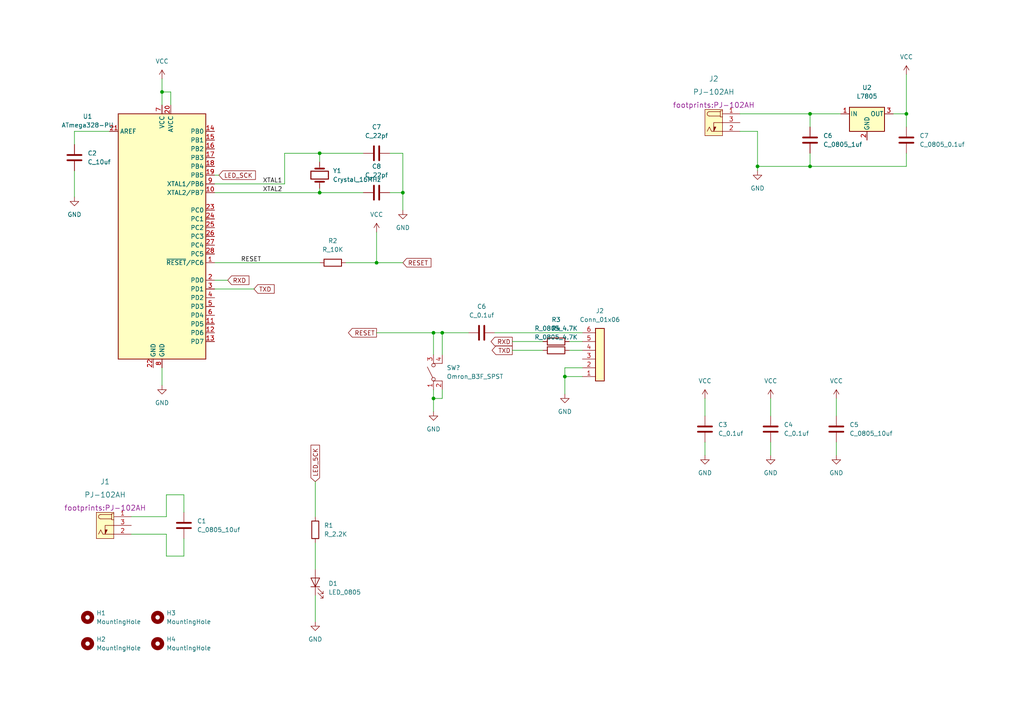
<source format=kicad_sch>
(kicad_sch (version 20211123) (generator eeschema)
  (paper "A4")
  (lib_symbols
    (symbol "HPS:ATmega328-PU"
      (property "Reference" "U" (at -11.43 39.37 0))
      (property "Value" "ATmega328-PU" (at -17.78 38.1 0))
      (symbol "ATmega328-PU_0_1"
        (rectangle (start -12.7 -35.56) (end 12.7 35.56) (stroke (width 0.254)) (fill (type background)))
      )
      (symbol "ATmega328-PU_1_1"
        (pin tri_state line (at 15.24 -7.62 180) (length 2.54) (name "~{RESET}/PC6") (number "1"))
        (pin tri_state line (at 15.24 12.7 180) (length 2.54) (name "XTAL2/PB7") (number "10"))
        (pin tri_state line (at 15.24 -25.4 180) (length 2.54) (name "PD5") (number "11"))
        (pin tri_state line (at 15.24 -27.94 180) (length 2.54) (name "PD6") (number "12"))
        (pin tri_state line (at 15.24 -30.48 180) (length 2.54) (name "PD7") (number "13"))
        (pin tri_state line (at 15.24 30.48 180) (length 2.54) (name "PB0") (number "14"))
        (pin tri_state line (at 15.24 27.94 180) (length 2.54) (name "PB1") (number "15"))
        (pin tri_state line (at 15.24 25.4 180) (length 2.54) (name "PB2") (number "16"))
        (pin tri_state line (at 15.24 22.86 180) (length 2.54) (name "PB3") (number "17"))
        (pin tri_state line (at 15.24 20.32 180) (length 2.54) (name "PB4") (number "18"))
        (pin tri_state line (at 15.24 17.78 180) (length 2.54) (name "PB5") (number "19"))
        (pin tri_state line (at 15.24 -12.7 180) (length 2.54) (name "PD0") (number "2"))
        (pin power_in line (at 2.54 38.1 270) (length 2.54) (name "AVCC") (number "20"))
        (pin passive line (at -15.24 30.48 0) (length 2.54) (name "AREF") (number "21"))
        (pin power_in line (at -2.54 -38.1 90) (length 2.54) (name "GND") (number "22"))
        (pin tri_state line (at 15.24 7.62 180) (length 2.54) (name "PC0") (number "23"))
        (pin tri_state line (at 15.24 5.08 180) (length 2.54) (name "PC1") (number "24"))
        (pin tri_state line (at 15.24 2.54 180) (length 2.54) (name "PC2") (number "25"))
        (pin tri_state line (at 15.24 0 180) (length 2.54) (name "PC3") (number "26"))
        (pin tri_state line (at 15.24 -2.54 180) (length 2.54) (name "PC4") (number "27"))
        (pin tri_state line (at 15.24 -5.08 180) (length 2.54) (name "PC5") (number "28"))
        (pin tri_state line (at 15.24 -15.24 180) (length 2.54) (name "PD1") (number "3"))
        (pin tri_state line (at 15.24 -17.78 180) (length 2.54) (name "PD2") (number "4"))
        (pin tri_state line (at 15.24 -20.32 180) (length 2.54) (name "PD3") (number "5"))
        (pin tri_state line (at 15.24 -22.86 180) (length 2.54) (name "PD4") (number "6"))
        (pin power_in line (at 0 38.1 270) (length 2.54) (name "VCC") (number "7"))
        (pin power_in line (at 0 -38.1 90) (length 2.54) (name "GND") (number "8"))
        (pin tri_state line (at 15.24 15.24 180) (length 2.54) (name "XTAL1/PB6") (number "9"))
      )
    )
    (symbol "HPS:C_0805_0.1uf" (pin_numbers hide) (pin_names (offset 0.254))
      (property "Reference" "C" (at 0.635 2.54 0))
      (property "Value" "C_0805_0.1uf" (at 0.635 -2.54 0))
      (symbol "C_0805_0.1uf_0_1"
        (polyline (pts (xy -2.032 -0.762) (xy 2.032 -0.762)) (stroke (width 0.508)))
        (polyline (pts (xy -2.032 0.762) (xy 2.032 0.762)) (stroke (width 0.508)))
      )
      (symbol "C_0805_0.1uf_1_1"
        (pin passive line (at 0 3.81 270) (length 2.794) (name "~") (number "1"))
        (pin passive line (at 0 -3.81 90) (length 2.794) (name "~") (number "2"))
      )
    )
    (symbol "HPS:C_0805_10uf" (pin_numbers hide) (pin_names (offset 0.254))
      (property "Reference" "C" (at 0.635 2.54 0))
      (property "Value" "C_0805_10uf" (at 0.635 -2.54 0))
      (symbol "C_0805_10uf_0_1"
        (polyline (pts (xy -2.032 -0.762) (xy 2.032 -0.762)) (stroke (width 0.508)))
        (polyline (pts (xy -2.032 0.762) (xy 2.032 0.762)) (stroke (width 0.508)))
      )
      (symbol "C_0805_10uf_1_1"
        (pin passive line (at 0 3.81 270) (length 2.794) (name "~") (number "1"))
        (pin passive line (at 0 -3.81 90) (length 2.794) (name "~") (number "2"))
      )
    )
    (symbol "HPS:C_0805_1uf" (pin_numbers hide) (pin_names (offset 0.254))
      (property "Reference" "C" (at 0.635 2.54 0))
      (property "Value" "C_0805_1uf" (at 0.635 -2.54 0))
      (symbol "C_0805_1uf_0_1"
        (polyline (pts (xy -2.032 -0.762) (xy 2.032 -0.762)) (stroke (width 0.508)))
        (polyline (pts (xy -2.032 0.762) (xy 2.032 0.762)) (stroke (width 0.508)))
      )
      (symbol "C_0805_1uf_1_1"
        (pin passive line (at 0 3.81 270) (length 2.794) (name "~") (number "1"))
        (pin passive line (at 0 -3.81 90) (length 2.794) (name "~") (number "2"))
      )
    )
    (symbol "HPS:C_0805_22pf" (pin_numbers hide) (pin_names (offset 0.254))
      (property "Reference" "C" (at 0.635 2.54 0))
      (property "Value" "C_0805_22pf" (at 0.635 -2.54 0))
      (symbol "C_0805_22pf_0_1"
        (polyline (pts (xy -2.032 -0.762) (xy 2.032 -0.762)) (stroke (width 0.508)))
        (polyline (pts (xy -2.032 0.762) (xy 2.032 0.762)) (stroke (width 0.508)))
      )
      (symbol "C_0805_22pf_1_1"
        (pin passive line (at 0 3.81 270) (length 2.794) (name "~") (number "1"))
        (pin passive line (at 0 -3.81 90) (length 2.794) (name "~") (number "2"))
      )
    )
    (symbol "HPS:Conn_01x06" (pin_names (offset 1.016) hide)
      (property "Reference" "J" (at 0 7.62 0))
      (property "Value" "Conn_01x06" (at 0 -10.16 0))
      (symbol "Conn_01x06_1_1"
        (rectangle (start -1.27 6.35) (end 1.27 -8.89) (stroke (width 0.254)) (fill (type background)))
        (pin passive line (at -5.08 5.08 0) (length 3.81) (name "Pin_1") (number "1"))
        (pin passive line (at -5.08 2.54 0) (length 3.81) (name "Pin_2") (number "2"))
        (pin passive line (at -5.08 0 0) (length 3.81) (name "Pin_3") (number "3"))
        (pin passive line (at -5.08 -2.54 0) (length 3.81) (name "Pin_4") (number "4"))
        (pin passive line (at -5.08 -5.08 0) (length 3.81) (name "Pin_5") (number "5"))
        (pin passive line (at -5.08 -7.62 0) (length 3.81) (name "Pin_6") (number "6"))
      )
    )
    (symbol "HPS:Crystal_16MHz" (pin_numbers hide) (pin_names (offset 1.016) hide)
      (property "Reference" "Y" (at 0 3.81 0))
      (property "Value" "Crystal_16MHz" (at 0 -3.81 0))
      (symbol "Crystal_16MHz_0_1"
        (rectangle (start -1.143 2.54) (end 1.143 -2.54) (stroke (width 0.3048)))
        (polyline (pts (xy -2.54 0) (xy -1.905 0)))
        (polyline (pts (xy -1.905 -1.27) (xy -1.905 1.27)) (stroke (width 0.508)))
        (polyline (pts (xy 1.905 -1.27) (xy 1.905 1.27)) (stroke (width 0.508)))
        (polyline (pts (xy 2.54 0) (xy 1.905 0)))
      )
      (symbol "Crystal_16MHz_1_1"
        (pin passive line (at -3.81 0 0) (length 1.27) (name "1") (number "1"))
        (pin passive line (at 3.81 0 180) (length 1.27) (name "2") (number "2"))
      )
    )
    (symbol "HPS:GND" (power) (pin_names (offset 0))
      (property "Value" "GND" (at 0 -3.81 0))
      (symbol "GND_0_1"
        (polyline (pts (xy 0 0) (xy 0 -1.27) (xy 1.27 -1.27) (xy 0 -2.54) (xy -1.27 -1.27) (xy 0 -1.27)))
      )
      (symbol "GND_1_1"
        (pin power_in line (at 0 0 270) (length 0) hide (name "GND") (number "1"))
      )
    )
    (symbol "HPS:L7805" (pin_names (offset 0.254))
      (property "Reference" "U" (at -3.81 3.175 0))
      (property "Value" "L7805" (at 0 3.175 0))
      (symbol "L7805_0_1"
        (rectangle (start -5.08 1.905) (end 5.08 -5.08) (stroke (width 0.254)) (fill (type background)))
      )
      (symbol "L7805_1_1"
        (pin power_in line (at -7.62 0 0) (length 2.54) (name "IN") (number "1"))
        (pin power_in line (at 0 -7.62 90) (length 2.54) (name "GND") (number "2"))
        (pin power_out line (at 7.62 0 180) (length 2.54) (name "OUT") (number "3"))
      )
    )
    (symbol "HPS:LED_0805" (pin_numbers hide) (pin_names (offset 1.016) hide)
      (property "Reference" "D" (at 0 2.54 0))
      (property "Value" "LED_0805" (at 0 -2.54 0))
      (symbol "LED_0805_0_1"
        (polyline (pts (xy -1.27 -1.27) (xy -1.27 1.27)) (stroke (width 0.2032)))
        (polyline (pts (xy -1.27 0) (xy 1.27 0)))
        (polyline (pts (xy 1.27 -1.27) (xy 1.27 1.27) (xy -1.27 0) (xy 1.27 -1.27)) (stroke (width 0.2032)))
        (polyline (pts (xy -3.048 -0.762) (xy -4.572 -2.286) (xy -3.81 -2.286) (xy -4.572 -2.286) (xy -4.572 -1.524)))
        (polyline (pts (xy -1.778 -0.762) (xy -3.302 -2.286) (xy -2.54 -2.286) (xy -3.302 -2.286) (xy -3.302 -1.524)))
      )
      (symbol "LED_0805_1_1"
        (pin passive line (at -3.81 0 0) (length 2.54) (name "K") (number "1"))
        (pin passive line (at 3.81 0 180) (length 2.54) (name "A") (number "2"))
      )
    )
    (symbol "HPS:MountingHole" (pin_names (offset 1.016))
      (property "Reference" "H" (at 0 5.08 0))
      (property "Value" "MountingHole" (at 0 3.175 0))
      (symbol "MountingHole_0_1"
        (circle (center 0 0) (radius 1.27) (stroke (width 1.27)))
      )
    )
    (symbol "HPS:Omron_B3F_SPST" (pin_names (offset 0) hide)
      (property "Reference" "SW" (at 0 5.08 0))
      (property "Value" "Omron_B3F_SPST" (at 0 2.54 0))
      (symbol "Omron_B3F_SPST_0_0"
        (circle (center -2.032 0) (radius 0.508))
        (polyline (pts (xy -1.524 0.254) (xy 1.524 1.778)))
        (circle (center 2.032 0) (radius 0.508))
      )
      (symbol "Omron_B3F_SPST_0_1"
        (polyline (pts (xy -2.54 0) (xy -2.54 -2.54)))
        (polyline (pts (xy 2.54 -2.54) (xy 2.54 0)))
      )
      (symbol "Omron_B3F_SPST_1_1"
        (pin passive line (at -5.08 0 0) (length 2.54) (name "A") (number "1"))
        (pin passive line (at -5.08 -2.54 0) (length 2.54) (name "A") (number "2"))
        (pin passive line (at 5.08 0 180) (length 2.54) (name "B") (number "3"))
        (pin passive line (at 5.08 -2.54 180) (length 2.54) (name "B") (number "4"))
      )
    )
    (symbol "HPS:PJ-102AH" (pin_names (offset 1.016) hide)
      (property "Reference" "J" (at -2.54 5.08 0))
      (property "Value" "PJ-102AH" (at 0 -5.334 0))
      (property "Footprint" "footprints:PJ-102AH" (at 0 -7.874 0))
      (symbol "PJ-102AH_0_1"
        (arc (start -3.81 3.175) (mid -4.445 2.54) (end -3.81 1.905))
        (polyline (pts (xy -0.635 1.905) (xy -3.81 1.905)))
        (polyline (pts (xy -0.635 1.905) (xy -0.635 3.175)))
        (polyline (pts (xy -0.635 3.175) (xy -3.81 3.175)))
        (polyline (pts (xy -2.54 -1.27) (xy -2.54 0) (xy 0 0)))
        (polyline (pts (xy -0.635 1.905) (xy -0.635 1.651) (xy 0 1.651)))
        (polyline (pts (xy -0.635 3.175) (xy -0.635 3.429) (xy 0 3.429)))
        (polyline (pts (xy -2.54 -2.54) (xy -1.905 -1.27) (xy -2.54 -1.27) (xy -2.54 -2.54)) (fill (type outline)))
        (polyline (pts (xy 0 -2.54) (xy -3.175 -2.54) (xy -3.81 -1.27) (xy -4.445 -2.54)))
        (rectangle (start 0 3.81) (end -5.08 -3.81) (fill (type background)))
      )
      (symbol "PJ-102AH_1_1"
        (pin passive line (at 5.08 2.54 180) (length 5.08) (name "POLE") (number "1"))
        (pin passive line (at 5.08 -2.54 180) (length 5.08) (name "OUT") (number "2"))
        (pin passive line (at 5.08 0 180) (length 5.08) (name "OUT") (number "3"))
      )
    )
    (symbol "HPS:R_0805_10K" (pin_numbers hide) (pin_names (offset 0))
      (property "Reference" "R" (at 2.032 0 90))
      (property "Value" "R_0805_10K" (at -2.54 0 90))
      (symbol "R_0805_10K_0_1"
        (rectangle (start -1.016 -2.54) (end 1.016 2.54) (stroke (width 0.254)))
      )
      (symbol "R_0805_10K_1_1"
        (pin passive line (at 0 3.81 270) (length 1.27) (name "~") (number "1"))
        (pin passive line (at 0 -3.81 90) (length 1.27) (name "~") (number "2"))
      )
    )
    (symbol "HPS:R_0805_2.2K" (pin_numbers hide) (pin_names (offset 0))
      (property "Reference" "R" (at 2.032 0 90))
      (property "Value" "R_0805_2.2K" (at -2.54 0 90))
      (symbol "R_0805_2.2K_0_1"
        (rectangle (start -1.016 -2.54) (end 1.016 2.54) (stroke (width 0.254)))
      )
      (symbol "R_0805_2.2K_1_1"
        (pin passive line (at 0 3.81 270) (length 1.27) (name "~") (number "1"))
        (pin passive line (at 0 -3.81 90) (length 1.27) (name "~") (number "2"))
      )
    )
    (symbol "HPS:R_0805_4.7K" (pin_numbers hide) (pin_names (offset 0))
      (property "Reference" "R" (at 2.032 0 90))
      (property "Value" "R_0805_4.7K" (at -2.54 0 90))
      (symbol "R_0805_4.7K_0_1"
        (rectangle (start -1.016 -2.54) (end 1.016 2.54) (stroke (width 0.254)))
      )
      (symbol "R_0805_4.7K_1_1"
        (pin passive line (at 0 3.81 270) (length 1.27) (name "~") (number "1"))
        (pin passive line (at 0 -3.81 90) (length 1.27) (name "~") (number "2"))
      )
    )
    (symbol "HPS:VCC" (power) (pin_names (offset 0))
      (property "Value" "VCC" (at 0 3.81 0))
      (symbol "VCC_0_1"
        (polyline (pts (xy -0.762 1.27) (xy 0 2.54)))
        (polyline (pts (xy 0 0) (xy 0 2.54)))
        (polyline (pts (xy 0 2.54) (xy 0.762 1.27)))
      )
      (symbol "VCC_1_1"
        (pin power_in line (at 0 0 90) (length 0) hide (name "VCC") (number "1"))
      )
    )
  )
  (junction (at 109.22 76.2))
  (junction (at 262.89 33.02))
  (junction (at 128.27 96.52))
  (junction (at 163.83 109.22))
  (junction (at 46.99 26.67))
  (junction (at 116.84 55.88))
  (junction (at 234.95 48.26))
  (junction (at 125.73 96.52))
  (junction (at 92.71 44.45))
  (junction (at 125.73 115.57))
  (junction (at 219.71 48.26))
  (junction (at 234.95 33.02))
  (junction (at 92.71 55.88))
  (wire (pts (xy 82.55 44.45) (xy 92.71 44.45)))
  (wire (pts (xy 219.71 38.1) (xy 219.71 48.26)))
  (wire (pts (xy 92.71 55.88) (xy 105.41 55.88)))
  (wire (pts (xy 128.27 96.52) (xy 135.89 96.52)))
  (wire (pts (xy 62.23 55.88) (xy 92.71 55.88)))
  (wire (pts (xy 214.63 38.1) (xy 219.71 38.1)))
  (wire (pts (xy 53.34 156.21) (xy 53.34 161.29)))
  (wire (pts (xy 262.89 44.45) (xy 262.89 48.26)))
  (wire (pts (xy 262.89 33.02) (xy 262.89 36.83)))
  (wire (pts (xy 165.1 99.06) (xy 168.91 99.06)))
  (wire (pts (xy 204.47 115.57) (xy 204.47 120.65)))
  (wire (pts (xy 262.89 48.26) (xy 234.95 48.26)))
  (wire (pts (xy 38.1 149.86) (xy 48.26 149.86)))
  (wire (pts (xy 125.73 115.57) (xy 125.73 119.38)))
  (wire (pts (xy 116.84 55.88) (xy 116.84 60.96)))
  (wire (pts (xy 92.71 54.61) (xy 92.71 55.88)))
  (wire (pts (xy 128.27 96.52) (xy 128.27 102.87)))
  (wire (pts (xy 204.47 128.27) (xy 204.47 132.08)))
  (wire (pts (xy 125.73 96.52) (xy 128.27 96.52)))
  (wire (pts (xy 62.23 83.82) (xy 73.66 83.82)))
  (wire (pts (xy 53.34 143.51) (xy 53.34 148.59)))
  (wire (pts (xy 163.83 109.22) (xy 163.83 114.3)))
  (wire (pts (xy 223.52 128.27) (xy 223.52 132.08)))
  (wire (pts (xy 100.33 76.2) (xy 109.22 76.2)))
  (wire (pts (xy 109.22 96.52) (xy 125.73 96.52)))
  (wire (pts (xy 62.23 81.28) (xy 66.04 81.28)))
  (wire (pts (xy 109.22 76.2) (xy 116.84 76.2)))
  (wire (pts (xy 48.26 143.51) (xy 53.34 143.51)))
  (wire (pts (xy 219.71 48.26) (xy 219.71 49.53)))
  (wire (pts (xy 31.75 38.1) (xy 21.59 38.1)))
  (wire (pts (xy 53.34 161.29) (xy 48.26 161.29)))
  (wire (pts (xy 125.73 96.52) (xy 125.73 102.87)))
  (wire (pts (xy 91.44 172.72) (xy 91.44 180.34)))
  (wire (pts (xy 92.71 44.45) (xy 92.71 46.99)))
  (wire (pts (xy 92.71 44.45) (xy 105.41 44.45)))
  (wire (pts (xy 259.08 33.02) (xy 262.89 33.02)))
  (wire (pts (xy 21.59 38.1) (xy 21.59 41.91)))
  (wire (pts (xy 46.99 22.86) (xy 46.99 26.67)))
  (wire (pts (xy 125.73 115.57) (xy 125.73 113.03)))
  (wire (pts (xy 242.57 115.57) (xy 242.57 120.65)))
  (wire (pts (xy 38.1 154.94) (xy 48.26 154.94)))
  (wire (pts (xy 48.26 161.29) (xy 48.26 154.94)))
  (wire (pts (xy 128.27 113.03) (xy 128.27 115.57)))
  (wire (pts (xy 62.23 53.34) (xy 82.55 53.34)))
  (wire (pts (xy 214.63 33.02) (xy 234.95 33.02)))
  (wire (pts (xy 163.83 106.68) (xy 163.83 109.22)))
  (wire (pts (xy 62.23 76.2) (xy 92.71 76.2)))
  (wire (pts (xy 168.91 106.68) (xy 163.83 106.68)))
  (wire (pts (xy 49.53 30.48) (xy 49.53 26.67)))
  (wire (pts (xy 143.51 96.52) (xy 168.91 96.52)))
  (wire (pts (xy 234.95 48.26) (xy 219.71 48.26)))
  (wire (pts (xy 113.03 44.45) (xy 116.84 44.45)))
  (wire (pts (xy 234.95 44.45) (xy 234.95 48.26)))
  (wire (pts (xy 91.44 157.48) (xy 91.44 165.1)))
  (wire (pts (xy 48.26 149.86) (xy 48.26 143.51)))
  (wire (pts (xy 49.53 26.67) (xy 46.99 26.67)))
  (wire (pts (xy 82.55 53.34) (xy 82.55 44.45)))
  (wire (pts (xy 91.44 139.7) (xy 91.44 149.86)))
  (wire (pts (xy 165.1 101.6) (xy 168.91 101.6)))
  (wire (pts (xy 148.59 101.6) (xy 157.48 101.6)))
  (wire (pts (xy 109.22 67.31) (xy 109.22 76.2)))
  (wire (pts (xy 46.99 106.68) (xy 46.99 111.76)))
  (wire (pts (xy 234.95 33.02) (xy 234.95 36.83)))
  (wire (pts (xy 148.59 99.06) (xy 157.48 99.06)))
  (wire (pts (xy 223.52 115.57) (xy 223.52 120.65)))
  (wire (pts (xy 163.83 109.22) (xy 168.91 109.22)))
  (wire (pts (xy 128.27 115.57) (xy 125.73 115.57)))
  (wire (pts (xy 242.57 128.27) (xy 242.57 132.08)))
  (wire (pts (xy 46.99 26.67) (xy 46.99 30.48)))
  (wire (pts (xy 234.95 33.02) (xy 243.84 33.02)))
  (wire (pts (xy 113.03 55.88) (xy 116.84 55.88)))
  (wire (pts (xy 21.59 49.53) (xy 21.59 57.15)))
  (wire (pts (xy 262.89 21.59) (xy 262.89 33.02)))
  (wire (pts (xy 62.23 50.8) (xy 63.5 50.8)))
  (wire (pts (xy 116.84 44.45) (xy 116.84 55.88)))
  (label "XTAL2" (at 76.2 55.88 0))
  (label "XTAL1" (at 76.2 53.34 0))
  (label "RESET" (at 69.85 76.2 0))
  (global_label "TXD" (shape output) (at 148.59 101.6 180) (property "Intersheet References" "${INTERSHEET_REFS}" (effects hide)))
  (global_label "RESET" (shape input) (at 116.84 76.2 0) (property "Intersheet References" "${INTERSHEET_REFS}" (effects hide)))
  (global_label "LED_5CK" (shape input) (at 91.44 139.7 90) (property "Intersheet References" "${INTERSHEET_REFS}" (effects hide)))
  (global_label "RXD" (shape input) (at 66.04 81.28 0) (property "Intersheet References" "${INTERSHEET_REFS}" (effects hide)))
  (global_label "RESET" (shape output) (at 109.22 96.52 180) (property "Intersheet References" "${INTERSHEET_REFS}" (effects hide)))
  (global_label "RXD" (shape output) (at 148.59 99.06 180) (property "Intersheet References" "${INTERSHEET_REFS}" (effects hide)))
  (global_label "TXD" (shape input) (at 73.66 83.82 0) (property "Intersheet References" "${INTERSHEET_REFS}" (effects hide)))
  (global_label "LED_SCK" (shape input) (at 63.5 50.8 0) (property "Intersheet References" "${INTERSHEET_REFS}" (effects hide)))
  (symbol (lib_id "HPS:GND") (at 163.83 114.3 0) (unit 1)
    (property "Reference" "#PWR?" (effects hide))
    (property "Value" "GND" (at 163.83 119.38 0))
  )
  (symbol (lib_id "HPS:GND") (at 21.59 57.15 0) (unit 1)
    (property "Reference" "#PWR?" (effects hide))
    (property "Value" "GND" (at 21.59 62.23 0))
  )
  (symbol (lib_id "HPS:GND") (at 125.73 119.38 0) (unit 1)
    (property "Reference" "#PWR?" (effects hide))
    (property "Value" "GND" (at 125.73 124.46 0))
  )
  (symbol (lib_id "HPS:MountingHole") (at 45.72 179.07 0) (unit 1)
    (property "Reference" "H3" (at 48.26 177.7999 0) (effects (justify left)))
    (property "Value" "MountingHole" (at 48.26 180.3399 0) (effects (justify left)))
    (property "Footprint" "footprints:MountingHole_3.2mm_M3" (effects hide))
  )
  (symbol (lib_id "HPS:C_0805_0.1uf") (at 139.7 96.52 90) (unit 1)
    (property "Reference" "C6" (at 139.7 88.9 90))
    (property "Value" "C_0.1uf" (at 139.7 91.44 90))
    (property "Footprint" "footprints:C_0805_2012Metric" (effects hide))
    (property "Datasheet" "https://datasheets.avx.com/X7RDielectric.pdf" (effects hide))
    (property "MFG" "AVX Corporation" (effects hide))
    (property "MPN" "08055C104KAT2A" (effects hide))
    (property "Digikey PN" "478-1395-1-ND" (effects hide))
    (property "Mouser PN" "N/A" (effects hide))
    (property "Voltage" "N/A" (effects hide))
    (property "Dielectric" "N/A" (effects hide))
    (property "Tolerance" "N/A" (effects hide))
  )
  (symbol (lib_id "HPS:MountingHole") (at 25.4 179.07 0) (unit 1)
    (property "Reference" "H1" (at 27.94 177.7999 0) (effects (justify left)))
    (property "Value" "MountingHole" (at 27.94 180.3399 0) (effects (justify left)))
    (property "Footprint" "footprints:MountingHole_3.2mm_M3" (effects hide))
  )
  (symbol (lib_id "HPS:Crystal_16MHz") (at 92.71 50.8 90) (unit 1)
    (property "Reference" "Y1" (at 96.52 49.5299 90) (effects (justify right)))
    (property "Value" "Crystal_16MHz" (at 96.52 52.0699 90) (effects (justify right)))
    (property "Footprint" "footprints:Crystal_SMD_HC49-SD" (effects hide))
    (property "Datasheet" "https://ecsxtal.com/store/pdf/csm-7x-dn.pdf" (effects hide))
    (property "MFG" "ECS Inc." (effects hide))
    (property "MPN" "ECS-160-20-5PXDN-TR" (effects hide))
    (property "Digikey PN" "XC1299CT-ND" (effects hide))
    (property "Mouser PN" "N/A" (effects hide))
  )
  (symbol (lib_id "HPS:R_0805_2.2K") (at 91.44 153.67 0) (unit 1)
    (property "Reference" "R1" (at 93.98 152.3999 0) (effects (justify left)))
    (property "Value" "R_2.2K" (at 93.98 154.9399 0) (effects (justify left)))
    (property "Footprint" "footprints:R_0805_2012Metric" (effects hide))
    (property "Datasheet" "https://www.digikey.com/en/products/detail/yageo/RC0805FR-072K2L/727676" (effects hide))
    (property "MFG" "N/A" (effects hide))
    (property "MPN" "N/A" (effects hide))
    (property "Digikey PN" "311-2.20KCRCT-ND" (effects hide))
    (property "Mouser PN" "N/A" (effects hide))
    (property "Power" "N/A" (effects hide))
    (property "Tolerance" "N/A" (effects hide))
  )
  (symbol (lib_id "HPS:GND") (at 91.44 180.34 0) (unit 1)
    (property "Reference" "#PWR?" (effects hide))
    (property "Value" "GND" (at 91.44 185.42 0))
  )
  (symbol (lib_id "HPS:GND") (at 116.84 60.96 0) (unit 1)
    (property "Reference" "#PWR?" (effects hide))
    (property "Value" "GND" (at 116.84 66.04 0))
  )
  (symbol (lib_id "HPS:PJ-102AH") (at 209.55 35.56 0) (unit 1)
    (property "Reference" "J2" (at 207.01 22.86 0) (effects (font (size 1.524 1.524))))
    (property "Value" "PJ-102AH" (at 207.01 26.67 0) (effects (font (size 1.524 1.524))))
    (property "Footprint" "footprints:PJ-102AH" (at 207.01 30.48 0) (effects (font (size 1.524 1.524))))
    (property "Datasheet" "https://www.cuidevices.com/product/resource/pj-102ah.pdf" (effects hide))
    (property "MFG" "CUI Devices" (effects hide))
    (property "MPN" "PJ-102AH" (effects hide))
    (property "Digikey PN" "CP-102AH-ND" (effects hide))
    (property "Mouser PN" "490-PJ-102AH" (effects hide))
  )
  (symbol (lib_id "HPS:VCC") (at 109.22 67.31 0) (unit 1)
    (property "Reference" "#PWR?" (effects hide))
    (property "Value" "VCC" (at 109.22 62.23 0))
  )
  (symbol (lib_id "HPS:VCC") (at 204.47 115.57 0) (unit 1)
    (property "Reference" "#PWR?" (effects hide))
    (property "Value" "VCC" (at 204.47 110.49 0))
  )
  (symbol (lib_id "HPS:Conn_01x06") (at 173.99 104.14 0) (mirror x) (unit 1)
    (property "Reference" "J2" (at 173.99 90.17 0))
    (property "Value" "Conn_01x06" (at 173.99 92.71 0))
    (property "Datasheet" "https://www.we-online.de/katalog/datasheet/6130xx11121.pdf" (effects hide))
    (property "MFG" "Würth Elektronik" (effects hide))
    (property "MPN" "61300611121" (effects hide))
    (property "Digikey PN" "732-5319-ND" (effects hide))
    (property "Mouser PN" "N/A" (effects hide))
  )
  (symbol (lib_id "HPS:GND") (at 46.99 111.76 0) (unit 1)
    (property "Reference" "#PWR?" (effects hide))
    (property "Value" "GND" (at 46.99 116.84 0))
  )
  (symbol (lib_id "HPS:L7805") (at 251.46 33.02 0) (unit 1)
    (property "Reference" "U2" (at 251.46 25.4 0))
    (property "Value" "L7805" (at 251.46 27.94 0))
    (property "Datasheet" "http://www.st.com/content/ccc/resource/technical/document/datasheet/41/4f/b3/b0/12/d4/47/88/CD00000444.pdf/files/CD00000444.pdf/jcr:content/translations/en.CD00000444.pdf" (effects hide))
  )
  (symbol (lib_id "HPS:C_0805_1uf") (at 234.95 40.64 0) (unit 1)
    (property "Reference" "C6" (at 238.76 39.3699 0) (effects (justify left)))
    (property "Value" "C_0805_1uf" (at 238.76 41.9099 0) (effects (justify left)))
    (property "Footprint" "footprints:C_0805_2012Metric" (effects hide))
    (property "Datasheet" "https://www.yageo.com/upload/media/product/productsearch/datasheet/mlcc/UPY-GPHC_X7R_6.3V-to-50V_18.pdf" (effects hide))
    (property "MFG" "Yageo" (effects hide))
    (property "MPN" "CC0805KKX7R8BB105" (effects hide))
    (property "Digikey PN" "311-1456-1-ND" (effects hide))
    (property "Mouser PN" "N/A" (effects hide))
    (property "Voltage" "N/A" (effects hide))
    (property "Dielectric" "N/A" (effects hide))
    (property "Tolerance" "N/A" (effects hide))
  )
  (symbol (lib_id "HPS:LED_0805") (at 91.44 168.91 90) (unit 1)
    (property "Reference" "D1" (at 95.25 169.2401 90) (effects (justify right)))
    (property "Value" "LED_0805" (at 95.25 171.7801 90) (effects (justify right)))
    (property "Footprint" "footprints:LED_0805_2012Metric" (effects hide))
    (property "Datasheet" "https://www.we-online.de/katalog/datasheet/150080RS75000.pdf" (effects hide))
    (property "MFG" "Würth Elektronik" (effects hide))
    (property "MPN" "150080RS75000" (effects hide))
    (property "Digikey PN" "732-4984-1-ND" (effects hide))
    (property "Mouser PN" "N/A" (effects hide))
  )
  (symbol (lib_id "HPS:C_0805_10uf") (at 53.34 152.4 0) (unit 1)
    (property "Reference" "C1" (at 57.15 151.1299 0) (effects (justify left)))
    (property "Value" "C_0805_10uf" (at 57.15 153.6699 0) (effects (justify left)))
    (property "Footprint" "footprints:C_0805_2012Metric" (effects hide))
    (property "Datasheet" "https://search.murata.co.jp/Ceramy/image/img/A01X/G101/ENG/GRM21BR61E106KA73-01.pdf" (effects hide))
    (property "MFG" "Murata Electronics" (effects hide))
    (property "MPN" "GRM21BR61E106KA73L" (effects hide))
    (property "Digikey PN" "490-5523-1-ND" (effects hide))
    (property "Mouser PN" "N/A" (effects hide))
    (property "Voltage" "N/A" (effects hide))
    (property "Dielectric" "N/A" (effects hide))
    (property "Tolerance" "N/A" (effects hide))
  )
  (symbol (lib_id "HPS:VCC") (at 223.52 115.57 0) (unit 1)
    (property "Reference" "#PWR?" (effects hide))
    (property "Value" "VCC" (at 223.52 110.49 0))
  )
  (symbol (lib_id "HPS:R_0805_4.7K") (at 161.29 99.06 90) (unit 1)
    (property "Reference" "R3" (at 161.29 92.71 90))
    (property "Value" "R_0805_4.7K" (at 161.29 95.25 90))
    (property "Footprint" "footprints:R_0805_2012Metric" (effects hide))
    (property "Datasheet" "https://www.digikey.com/en/products/detail/yageo/RC0805FR-074K7L/727929" (effects hide))
    (property "MFG" "Yageo" (effects hide))
    (property "MPN" "RC0805FR-074K7L" (effects hide))
    (property "Digikey PN" "311-4.70KCRCT-ND" (effects hide))
    (property "Mouser PN" "N/A" (effects hide))
    (property "Power" "N/A" (effects hide))
    (property "Tolerance" "N/A" (effects hide))
  )
  (symbol (lib_id "HPS:GND") (at 223.52 132.08 0) (unit 1)
    (property "Reference" "#PWR?" (effects hide))
    (property "Value" "GND" (at 223.52 137.16 0))
  )
  (symbol (lib_id "HPS:GND") (at 219.71 49.53 0) (unit 1)
    (property "Reference" "#PWR?" (effects hide))
    (property "Value" "GND" (at 219.71 54.61 0))
  )
  (symbol (lib_id "HPS:Omron_B3F_SPST") (at 125.73 107.95 90) (unit 1)
    (property "Reference" "SW?" (at 129.54 106.6799 90) (effects (justify right)))
    (property "Value" "Omron_B3F_SPST" (at 129.54 109.2199 90) (effects (justify right)))
    (property "Footprint" "footprints:SW_SPST_Omron_B3FS-100xP" (effects hide))
    (property "Datasheet" "https://omronfs.omron.com/en_US/ecb/products/pdf/en-b3fs.pdf" (effects hide))
    (property "MFG" "Omron Electronics Inc-EMC Div" (effects hide))
    (property "MPN" "B3FS-1000P" (effects hide))
    (property "Digikey PN" "SW423CT-ND" (effects hide))
    (property "Mouser PN" "N/A" (effects hide))
  )
  (symbol (lib_id "HPS:VCC") (at 262.89 21.59 0) (unit 1)
    (property "Reference" "#PWR?" (effects hide))
    (property "Value" "VCC" (at 262.89 16.51 0))
  )
  (symbol (lib_id "HPS:VCC") (at 242.57 115.57 0) (unit 1)
    (property "Reference" "#PWR?" (effects hide))
    (property "Value" "VCC" (at 242.57 110.49 0))
  )
  (symbol (lib_id "HPS:ATmega328-PU") (at 46.99 68.58 0) (unit 1)
    (property "Reference" "U1" (at 25.4 33.7693 0))
    (property "Value" "ATmega328-PU" (at 25.4 36.3093 0))
    (property "Footprint" "footprints:DIP-28_W7.62mm" (effects hide))
    (property "Datasheet" "http://www.microchip.com/mymicrochip/filehandler.aspx?ddocname=en608326" (effects hide))
    (property "MFG" "On Shore Technology Inc." (effects hide))
    (property "MPN" "ED281DT" (effects hide))
    (property "Digikey PN" "ED3050-5-ND" (effects hide))
    (property "Mouser PN" "N/A" (effects hide))
  )
  (symbol (lib_id "HPS:R_0805_4.7K") (at 161.29 101.6 90) (unit 1)
    (property "Reference" "R4" (at 161.29 95.25 90))
    (property "Value" "R_0805_4.7K" (at 161.29 97.79 90))
    (property "Footprint" "footprints:R_0805_2012Metric" (effects hide))
    (property "Datasheet" "https://www.digikey.com/en/products/detail/yageo/RC0805FR-074K7L/727929" (effects hide))
    (property "MFG" "Yageo" (effects hide))
    (property "MPN" "RC0805FR-074K7L" (effects hide))
    (property "Digikey PN" "311-4.70KCRCT-ND" (effects hide))
    (property "Mouser PN" "N/A" (effects hide))
    (property "Power" "N/A" (effects hide))
    (property "Tolerance" "N/A" (effects hide))
  )
  (symbol (lib_id "HPS:MountingHole") (at 25.4 186.69 0) (unit 1)
    (property "Reference" "H2" (at 27.94 185.4199 0) (effects (justify left)))
    (property "Value" "MountingHole" (at 27.94 187.9599 0) (effects (justify left)))
    (property "Footprint" "footprints:MountingHole_3.2mm_M3" (effects hide))
  )
  (symbol (lib_id "HPS:C_0805_0.1uf") (at 262.89 40.64 0) (unit 1)
    (property "Reference" "C7" (at 266.7 39.3699 0) (effects (justify left)))
    (property "Value" "C_0805_0.1uf" (at 266.7 41.9099 0) (effects (justify left)))
    (property "Footprint" "footprints:C_0805_2012Metric" (effects hide))
    (property "Datasheet" "https://datasheets.avx.com/X7RDielectric.pdf" (effects hide))
    (property "MFG" "AVX Corporation" (effects hide))
    (property "MPN" "08055C104KAT2A" (effects hide))
    (property "Digikey PN" "478-1395-1-ND" (effects hide))
    (property "Mouser PN" "N/A" (effects hide))
    (property "Voltage" "N/A" (effects hide))
    (property "Dielectric" "N/A" (effects hide))
    (property "Tolerance" "N/A" (effects hide))
  )
  (symbol (lib_id "HPS:PJ-102AH") (at 33.02 152.4 0) (unit 1)
    (property "Reference" "J1" (at 30.48 139.7 0) (effects (font (size 1.524 1.524))))
    (property "Value" "PJ-102AH" (at 30.48 143.51 0) (effects (font (size 1.524 1.524))))
    (property "Footprint" "footprints:PJ-102AH" (at 30.48 147.32 0) (effects (font (size 1.524 1.524))))
    (property "Datasheet" "https://www.cuidevices.com/product/resource/pj-102ah.pdf" (effects hide))
    (property "MFG" "CUI Devices" (effects hide))
    (property "MPN" "PJ-102AH" (effects hide))
    (property "Digikey PN" "CP-102AH-ND" (effects hide))
    (property "Mouser PN" "490-PJ-102AH" (effects hide))
  )
  (symbol (lib_id "HPS:C_0805_0.1uf") (at 204.47 124.46 0) (unit 1)
    (property "Reference" "C3" (at 208.28 123.1899 0) (effects (justify left)))
    (property "Value" "C_0.1uf" (at 208.28 125.7299 0) (effects (justify left)))
    (property "Footprint" "footprints:C_0805_2012Metric" (effects hide))
    (property "Datasheet" "https://datasheets.avx.com/X7RDielectric.pdf" (effects hide))
    (property "MFG" "AVX Corporation" (effects hide))
    (property "MPN" "08055C104KAT2A" (effects hide))
    (property "Digikey PN" "478-1395-1-ND" (effects hide))
    (property "Mouser PN" "N/A" (effects hide))
    (property "Voltage" "N/A" (effects hide))
    (property "Dielectric" "N/A" (effects hide))
    (property "Tolerance" "N/A" (effects hide))
  )
  (symbol (lib_id "HPS:R_0805_10K") (at 96.52 76.2 90) (unit 1)
    (property "Reference" "R2" (at 96.52 69.85 90))
    (property "Value" "R_10K" (at 96.52 72.39 90))
    (property "Footprint" "footprints:R_0805_2012Metric" (effects hide))
    (property "Datasheet" "https://www.digikey.com/en/products/detail/yageo/RC0805FR-0710KL/727535" (effects hide))
    (property "MFG" "Yageo" (effects hide))
    (property "MPN" "RC0805FR-0710KL" (effects hide))
    (property "Digikey PN" "311-10.0KCRCT-ND" (effects hide))
    (property "Mouser PN" "N/A" (effects hide))
    (property "Power" "N/A" (effects hide))
    (property "Tolerance" "N/A" (effects hide))
  )
  (symbol (lib_id "HPS:C_0805_10uf") (at 21.59 45.72 0) (unit 1)
    (property "Reference" "C2" (at 25.4 44.4499 0) (effects (justify left)))
    (property "Value" "C_10uf" (at 25.4 46.9899 0) (effects (justify left)))
    (property "Footprint" "footprints:C_0805_2012Metric" (effects hide))
    (property "Datasheet" "https://search.murata.co.jp/Ceramy/image/img/A01X/G101/ENG/GRM21BR61E106KA73-01.pdf" (effects hide))
    (property "MFG" "Murata Electronics" (effects hide))
    (property "MPN" "GRM21BR61E106KA73L" (effects hide))
    (property "Digikey PN" "490-5523-1-ND" (effects hide))
    (property "Mouser PN" "N/A" (effects hide))
    (property "Voltage" "N/A" (effects hide))
    (property "Dielectric" "N/A" (effects hide))
    (property "Tolerance" "N/A" (effects hide))
  )
  (symbol (lib_id "HPS:C_0805_0.1uf") (at 223.52 124.46 0) (unit 1)
    (property "Reference" "C4" (at 227.33 123.1899 0) (effects (justify left)))
    (property "Value" "C_0.1uf" (at 227.33 125.7299 0) (effects (justify left)))
    (property "Footprint" "footprints:C_0805_2012Metric" (effects hide))
    (property "Datasheet" "https://datasheets.avx.com/X7RDielectric.pdf" (effects hide))
    (property "MFG" "AVX Corporation" (effects hide))
    (property "MPN" "08055C104KAT2A" (effects hide))
    (property "Digikey PN" "478-1395-1-ND" (effects hide))
    (property "Mouser PN" "N/A" (effects hide))
    (property "Voltage" "N/A" (effects hide))
    (property "Dielectric" "N/A" (effects hide))
    (property "Tolerance" "N/A" (effects hide))
  )
  (symbol (lib_id "HPS:GND") (at 242.57 132.08 0) (unit 1)
    (property "Reference" "#PWR?" (effects hide))
    (property "Value" "GND" (at 242.57 137.16 0))
  )
  (symbol (lib_id "HPS:VCC") (at 46.99 22.86 0) (unit 1)
    (property "Reference" "#PWR?" (effects hide))
    (property "Value" "VCC" (at 46.99 17.78 0))
  )
  (symbol (lib_id "HPS:C_0805_22pf") (at 109.22 44.45 90) (unit 1)
    (property "Reference" "C7" (at 109.22 36.83 90))
    (property "Value" "C_22pf" (at 109.22 39.37 90))
    (property "Footprint" "footprints:C_0805_2012Metric" (effects hide))
    (property "Datasheet" "https://www.yageo.com/upload/media/product/productsearch/datasheet/mlcc/UPY-GP_NP0_16V-to-50V_18.pdf" (effects hide))
    (property "MFG" "Yageo" (effects hide))
    (property "MPN" "CC0805JRNPO9BN220" (effects hide))
    (property "Digikey PN" "311-1103-1-ND" (effects hide))
    (property "Mouser PN" "N/A" (effects hide))
    (property "Voltage" "N/A" (effects hide))
    (property "Dielectric" "N/A" (effects hide))
    (property "Tolerance" "N/A" (effects hide))
  )
  (symbol (lib_id "HPS:C_0805_10uf") (at 242.57 124.46 0) (unit 1)
    (property "Reference" "C5" (at 246.38 123.1899 0) (effects (justify left)))
    (property "Value" "C_0805_10uf" (at 246.38 125.7299 0) (effects (justify left)))
    (property "Footprint" "footprints:C_0805_2012Metric" (effects hide))
    (property "Datasheet" "https://search.murata.co.jp/Ceramy/image/img/A01X/G101/ENG/GRM21BR61E106KA73-01.pdf" (effects hide))
    (property "MFG" "Murata Electronics" (effects hide))
    (property "MPN" "GRM21BR61E106KA73L" (effects hide))
    (property "Digikey PN" "490-5523-1-ND" (effects hide))
    (property "Mouser PN" "N/A" (effects hide))
    (property "Voltage" "N/A" (effects hide))
    (property "Dielectric" "N/A" (effects hide))
    (property "Tolerance" "N/A" (effects hide))
  )
  (symbol (lib_id "HPS:C_0805_22pf") (at 109.22 55.88 270) (unit 1)
    (property "Reference" "C8" (at 109.22 48.26 90))
    (property "Value" "C_22pf" (at 109.22 50.8 90))
    (property "Footprint" "footprints:C_0805_2012Metric" (effects hide))
    (property "Datasheet" "https://www.yageo.com/upload/media/product/productsearch/datasheet/mlcc/UPY-GP_NP0_16V-to-50V_18.pdf" (effects hide))
    (property "MFG" "Yageo" (effects hide))
    (property "MPN" "CC0805JRNPO9BN220" (effects hide))
    (property "Digikey PN" "311-1103-1-ND" (effects hide))
    (property "Mouser PN" "N/A" (effects hide))
    (property "Voltage" "N/A" (effects hide))
    (property "Dielectric" "N/A" (effects hide))
    (property "Tolerance" "N/A" (effects hide))
  )
  (symbol (lib_id "HPS:GND") (at 204.47 132.08 0) (unit 1)
    (property "Reference" "#PWR?" (effects hide))
    (property "Value" "GND" (at 204.47 137.16 0))
  )
  (symbol (lib_id "HPS:MountingHole") (at 45.72 186.69 0) (unit 1)
    (property "Reference" "H4" (at 48.26 185.4199 0) (effects (justify left)))
    (property "Value" "MountingHole" (at 48.26 187.9599 0) (effects (justify left)))
    (property "Footprint" "footprints:MountingHole_3.2mm_M3" (effects hide))
  )
)
</source>
